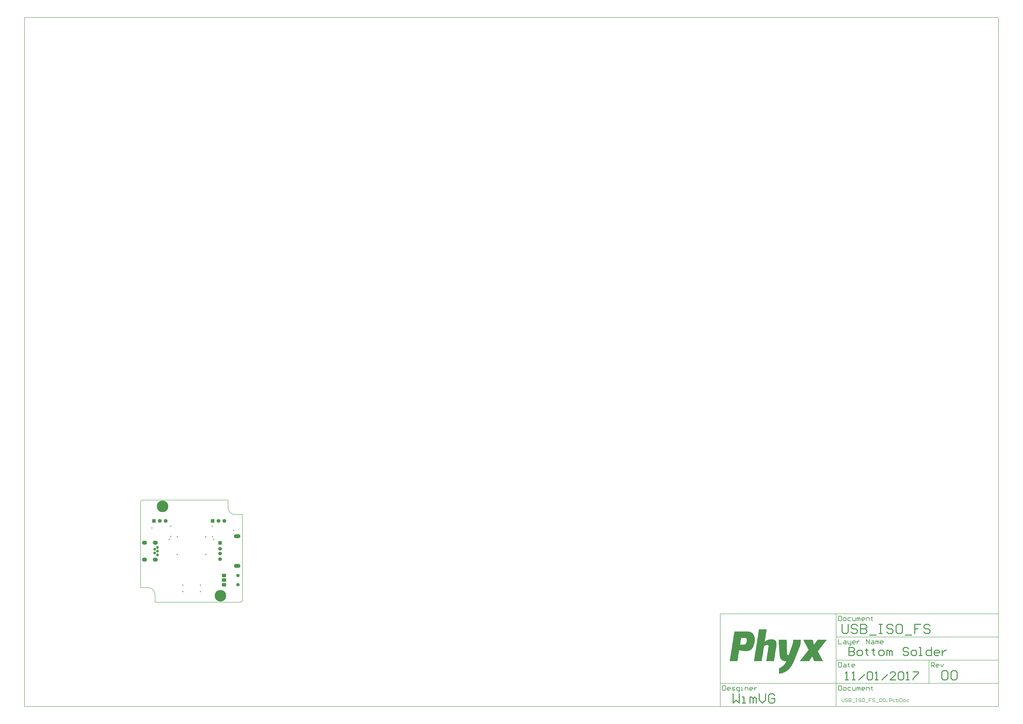
<source format=gbs>
G04 Layer_Color=16711935*
%FSLAX25Y25*%
%MOIN*%
G70*
G01*
G75*
%ADD18C,0.00787*%
%ADD20C,0.01575*%
%ADD21C,0.00591*%
%ADD22C,0.00984*%
%ADD43C,0.19685*%
%ADD44R,0.06496X0.06496*%
%ADD45C,0.06496*%
%ADD46O,0.04591X0.04921*%
%ADD47O,0.08591X0.06591*%
%ADD48O,0.11221X0.06496*%
%ADD49C,0.06181*%
%ADD50R,0.06181X0.06181*%
%ADD51C,0.05709*%
G04:AMPARAMS|DCode=52|XSize=72.84mil|YSize=61.02mil|CornerRadius=16.73mil|HoleSize=0mil|Usage=FLASHONLY|Rotation=180.000|XOffset=0mil|YOffset=0mil|HoleType=Round|Shape=RoundedRectangle|*
%AMROUNDEDRECTD52*
21,1,0.07284,0.02756,0,0,180.0*
21,1,0.03937,0.06102,0,0,180.0*
1,1,0.03347,-0.01969,0.01378*
1,1,0.03347,0.01969,0.01378*
1,1,0.03347,0.01969,-0.01378*
1,1,0.03347,-0.01969,-0.01378*
%
%ADD52ROUNDEDRECTD52*%
%ADD53C,0.01969*%
G36*
X1034465Y-150646D02*
Y-150933D01*
Y-151219D01*
Y-151505D01*
Y-151791D01*
Y-152078D01*
Y-152364D01*
Y-152650D01*
Y-152937D01*
Y-153223D01*
Y-153509D01*
Y-153796D01*
Y-154082D01*
Y-154368D01*
Y-154655D01*
Y-154941D01*
Y-155227D01*
Y-155514D01*
Y-155800D01*
Y-156086D01*
Y-156372D01*
X1034179D01*
Y-156659D01*
Y-156945D01*
Y-157231D01*
Y-157518D01*
Y-157804D01*
X1033893D01*
Y-158090D01*
Y-158377D01*
Y-158663D01*
Y-158949D01*
X1033607D01*
Y-159236D01*
Y-159522D01*
Y-159808D01*
Y-160094D01*
X1033320D01*
Y-160381D01*
Y-160667D01*
Y-160953D01*
X1033034D01*
Y-161240D01*
Y-161526D01*
Y-161812D01*
X1032747D01*
Y-162099D01*
Y-162385D01*
Y-162671D01*
X1032461D01*
Y-162958D01*
Y-163244D01*
Y-163530D01*
X1032175D01*
Y-163816D01*
Y-164103D01*
X1031889D01*
Y-164389D01*
Y-164675D01*
X1031602D01*
Y-164962D01*
Y-165248D01*
Y-165534D01*
X1031316D01*
Y-165821D01*
Y-166107D01*
X1031030D01*
Y-166393D01*
Y-166680D01*
Y-166966D01*
X1030743D01*
Y-167252D01*
Y-167539D01*
X1030457D01*
Y-167825D01*
Y-168111D01*
Y-168398D01*
X1030171D01*
Y-168684D01*
Y-168970D01*
X1029884D01*
Y-169256D01*
Y-169543D01*
Y-169829D01*
X1029598D01*
Y-170115D01*
Y-170402D01*
X1029312D01*
Y-170688D01*
Y-170974D01*
Y-171261D01*
X1029025D01*
Y-171547D01*
Y-171833D01*
X1028739D01*
Y-172120D01*
Y-172406D01*
Y-172692D01*
X1028453D01*
Y-172978D01*
Y-173265D01*
X1028166D01*
Y-173551D01*
Y-173837D01*
Y-174124D01*
X1027880D01*
Y-174410D01*
Y-174696D01*
X1027594D01*
Y-174983D01*
Y-175269D01*
Y-175555D01*
X1027308D01*
Y-175842D01*
Y-176128D01*
X1027021D01*
Y-176414D01*
Y-176701D01*
Y-176987D01*
X1026735D01*
Y-177273D01*
Y-177560D01*
X1026449D01*
Y-177846D01*
Y-178132D01*
Y-178419D01*
X1026162D01*
Y-178705D01*
Y-178991D01*
X1025876D01*
Y-179277D01*
Y-179564D01*
Y-179850D01*
X1025590D01*
Y-180136D01*
Y-180423D01*
X1025303D01*
Y-180709D01*
Y-180995D01*
Y-181282D01*
X1025017D01*
Y-181568D01*
Y-181854D01*
X1024731D01*
Y-182141D01*
Y-182427D01*
Y-182713D01*
X1024444D01*
Y-183000D01*
Y-183286D01*
X1024158D01*
Y-183572D01*
Y-183858D01*
Y-184145D01*
X1023872D01*
Y-184431D01*
Y-184717D01*
X1023586D01*
Y-185004D01*
Y-185290D01*
Y-185576D01*
X1023299D01*
Y-185863D01*
Y-186149D01*
X1023013D01*
Y-186435D01*
Y-186722D01*
Y-187008D01*
X1022727D01*
Y-187294D01*
Y-187581D01*
X1022440D01*
Y-187867D01*
Y-188153D01*
X1022154D01*
Y-188439D01*
Y-188726D01*
X1021868D01*
Y-189012D01*
Y-189298D01*
Y-189585D01*
X1021581D01*
Y-189871D01*
X1021295D01*
Y-190157D01*
Y-190444D01*
Y-190730D01*
X1021009D01*
Y-191016D01*
X1020722D01*
Y-191303D01*
Y-191589D01*
X1020436D01*
Y-191875D01*
Y-192162D01*
X1020150D01*
Y-192448D01*
Y-192734D01*
X1019864D01*
Y-193020D01*
Y-193307D01*
X1019577D01*
Y-193593D01*
X1019291D01*
Y-193879D01*
Y-194166D01*
X1019005D01*
Y-194452D01*
Y-194738D01*
X1018718D01*
Y-195025D01*
X1018432D01*
Y-195311D01*
X1018146D01*
Y-195597D01*
Y-195884D01*
X1017859D01*
Y-196170D01*
X1017573D01*
Y-196456D01*
Y-196742D01*
X1017287D01*
Y-197029D01*
X1017000D01*
Y-197315D01*
X1016714D01*
Y-197601D01*
Y-197888D01*
X1016428D01*
Y-198174D01*
X1016141D01*
Y-198460D01*
X1015855D01*
Y-198747D01*
X1015569D01*
Y-199033D01*
X1015283D01*
Y-199319D01*
Y-199606D01*
X1014996D01*
Y-199892D01*
X1014710D01*
Y-200178D01*
X1014423D01*
Y-200465D01*
X1014137D01*
Y-200751D01*
X1013851D01*
Y-201037D01*
X1013565D01*
Y-201324D01*
X1013278D01*
Y-201610D01*
X1012706D01*
Y-201896D01*
X1012419D01*
Y-202183D01*
X1012133D01*
Y-202469D01*
X1011847D01*
Y-202755D01*
X1011560D01*
Y-203041D01*
X1010988D01*
Y-203328D01*
X1010701D01*
Y-203614D01*
X1010129D01*
Y-203900D01*
X1009842D01*
Y-204187D01*
X1009270D01*
Y-204473D01*
X1008984D01*
Y-204759D01*
X1008411D01*
Y-205046D01*
X1007838D01*
Y-205332D01*
X1007266D01*
Y-205618D01*
X1006693D01*
Y-205905D01*
X1006120D01*
Y-206191D01*
X1005262D01*
Y-206477D01*
X1004689D01*
Y-206764D01*
X1003830D01*
Y-207050D01*
X1002685D01*
Y-207336D01*
X1001539D01*
Y-207622D01*
X999822D01*
Y-207909D01*
X997817D01*
Y-208195D01*
X997531D01*
Y-207909D01*
Y-207622D01*
Y-207336D01*
Y-207050D01*
Y-206764D01*
Y-206477D01*
Y-206191D01*
Y-205905D01*
Y-205618D01*
Y-205332D01*
Y-205046D01*
Y-204759D01*
Y-204473D01*
Y-204187D01*
Y-203900D01*
Y-203614D01*
Y-203328D01*
Y-203041D01*
Y-202755D01*
Y-202469D01*
Y-202183D01*
Y-201896D01*
Y-201610D01*
Y-201324D01*
Y-201037D01*
Y-200751D01*
Y-200465D01*
Y-200178D01*
Y-199892D01*
Y-199606D01*
Y-199319D01*
Y-199033D01*
Y-198747D01*
X998104D01*
Y-198460D01*
X998676D01*
Y-198174D01*
X999249D01*
Y-197888D01*
X999822D01*
Y-197601D01*
X1000394D01*
Y-197315D01*
X1000967D01*
Y-197029D01*
X1001253D01*
Y-196742D01*
X1001826D01*
Y-196456D01*
X1002112D01*
Y-196170D01*
X1002685D01*
Y-195884D01*
X1002971D01*
Y-195597D01*
X1003257D01*
Y-195311D01*
X1003830D01*
Y-195025D01*
X1004116D01*
Y-194738D01*
X1004403D01*
Y-194452D01*
X1004689D01*
Y-194166D01*
X1004975D01*
Y-193879D01*
X1005262D01*
Y-193593D01*
X1005548D01*
Y-193307D01*
X1005834D01*
Y-193020D01*
X1006120D01*
Y-192734D01*
X1006407D01*
Y-192448D01*
X1006693D01*
Y-192162D01*
X1006979D01*
Y-191875D01*
Y-191589D01*
X1007266D01*
Y-191303D01*
X1007552D01*
Y-191016D01*
X1007838D01*
Y-190730D01*
Y-190444D01*
X1008125D01*
Y-190157D01*
X1008411D01*
Y-189871D01*
Y-189585D01*
X1008697D01*
Y-189298D01*
Y-189012D01*
X1008984D01*
Y-188726D01*
X1009270D01*
Y-188439D01*
Y-188153D01*
X1009556D01*
Y-187867D01*
Y-187581D01*
X1009842D01*
Y-187294D01*
Y-187008D01*
X1008125D01*
Y-186722D01*
X1006120D01*
Y-186435D01*
X1004975D01*
Y-186149D01*
X1004403D01*
Y-185863D01*
X1003544D01*
Y-185576D01*
X1002971D01*
Y-185290D01*
X1002685D01*
Y-185004D01*
X1002112D01*
Y-184717D01*
X1001826D01*
Y-184431D01*
X1001539D01*
Y-184145D01*
X1001253D01*
Y-183858D01*
X1000967D01*
Y-183572D01*
X1000681D01*
Y-183286D01*
Y-183000D01*
X1000394D01*
Y-182713D01*
X1000108D01*
Y-182427D01*
Y-182141D01*
X999822D01*
Y-181854D01*
Y-181568D01*
X999535D01*
Y-181282D01*
Y-180995D01*
X999249D01*
Y-180709D01*
Y-180423D01*
Y-180136D01*
X998963D01*
Y-179850D01*
Y-179564D01*
Y-179277D01*
Y-178991D01*
X998676D01*
Y-178705D01*
Y-178419D01*
Y-178132D01*
Y-177846D01*
Y-177560D01*
Y-177273D01*
Y-176987D01*
X998390D01*
Y-176701D01*
Y-176414D01*
Y-176128D01*
Y-175842D01*
Y-175555D01*
Y-175269D01*
Y-174983D01*
Y-174696D01*
Y-174410D01*
Y-174124D01*
Y-173837D01*
Y-173551D01*
Y-173265D01*
Y-172978D01*
Y-172692D01*
X998104D01*
Y-172406D01*
Y-172120D01*
Y-171833D01*
Y-171547D01*
Y-171261D01*
Y-170974D01*
Y-170688D01*
Y-170402D01*
Y-170115D01*
Y-169829D01*
Y-169543D01*
Y-169256D01*
Y-168970D01*
Y-168684D01*
Y-168398D01*
X997817D01*
Y-168111D01*
Y-167825D01*
Y-167539D01*
Y-167252D01*
Y-166966D01*
Y-166680D01*
Y-166393D01*
Y-166107D01*
Y-165821D01*
Y-165534D01*
Y-165248D01*
Y-164962D01*
Y-164675D01*
Y-164389D01*
Y-164103D01*
Y-163816D01*
X997531D01*
Y-163530D01*
Y-163244D01*
Y-162958D01*
Y-162671D01*
Y-162385D01*
Y-162099D01*
Y-161812D01*
Y-161526D01*
Y-161240D01*
Y-160953D01*
Y-160667D01*
Y-160381D01*
Y-160094D01*
Y-159808D01*
Y-159522D01*
Y-159236D01*
X997245D01*
Y-158949D01*
Y-158663D01*
Y-158377D01*
Y-158090D01*
Y-157804D01*
Y-157518D01*
Y-157231D01*
Y-156945D01*
Y-156659D01*
Y-156372D01*
Y-156086D01*
Y-155800D01*
Y-155514D01*
Y-155227D01*
X996958D01*
Y-154941D01*
Y-154655D01*
Y-154368D01*
Y-154082D01*
Y-153796D01*
Y-153509D01*
Y-153223D01*
Y-152937D01*
Y-152650D01*
Y-152364D01*
Y-152078D01*
Y-151791D01*
Y-151505D01*
Y-151219D01*
Y-150933D01*
Y-150646D01*
X996672D01*
Y-150360D01*
X1010415D01*
Y-150646D01*
Y-150933D01*
Y-151219D01*
Y-151505D01*
Y-151791D01*
Y-152078D01*
Y-152364D01*
Y-152650D01*
Y-152937D01*
Y-153223D01*
Y-153509D01*
Y-153796D01*
Y-154082D01*
Y-154368D01*
X1010701D01*
Y-154655D01*
Y-154941D01*
Y-155227D01*
Y-155514D01*
Y-155800D01*
Y-156086D01*
Y-156372D01*
Y-156659D01*
Y-156945D01*
Y-157231D01*
Y-157518D01*
Y-157804D01*
Y-158090D01*
Y-158377D01*
Y-158663D01*
Y-158949D01*
Y-159236D01*
Y-159522D01*
Y-159808D01*
Y-160094D01*
Y-160381D01*
Y-160667D01*
Y-160953D01*
Y-161240D01*
Y-161526D01*
Y-161812D01*
Y-162099D01*
Y-162385D01*
Y-162671D01*
Y-162958D01*
Y-163244D01*
Y-163530D01*
Y-163816D01*
Y-164103D01*
Y-164389D01*
Y-164675D01*
Y-164962D01*
Y-165248D01*
Y-165534D01*
Y-165821D01*
Y-166107D01*
X1010988D01*
Y-166393D01*
X1010701D01*
Y-166680D01*
Y-166966D01*
X1010988D01*
Y-167252D01*
Y-167539D01*
Y-167825D01*
Y-168111D01*
Y-168398D01*
Y-168684D01*
Y-168970D01*
Y-169256D01*
Y-169543D01*
Y-169829D01*
Y-170115D01*
Y-170402D01*
Y-170688D01*
Y-170974D01*
Y-171261D01*
Y-171547D01*
Y-171833D01*
Y-172120D01*
Y-172406D01*
Y-172692D01*
Y-172978D01*
Y-173265D01*
Y-173551D01*
Y-173837D01*
Y-174124D01*
Y-174410D01*
X1011274D01*
Y-174696D01*
Y-174983D01*
Y-175269D01*
X1011560D01*
Y-175555D01*
X1011847D01*
Y-175842D01*
X1012133D01*
Y-176128D01*
X1012992D01*
Y-176414D01*
X1013851D01*
Y-176128D01*
X1014137D01*
Y-175842D01*
Y-175555D01*
Y-175269D01*
X1014423D01*
Y-174983D01*
Y-174696D01*
X1014710D01*
Y-174410D01*
Y-174124D01*
Y-173837D01*
X1014996D01*
Y-173551D01*
Y-173265D01*
Y-172978D01*
X1015283D01*
Y-172692D01*
Y-172406D01*
Y-172120D01*
X1015569D01*
Y-171833D01*
Y-171547D01*
Y-171261D01*
X1015855D01*
Y-170974D01*
Y-170688D01*
X1016141D01*
Y-170402D01*
Y-170115D01*
Y-169829D01*
X1016428D01*
Y-169543D01*
Y-169256D01*
Y-168970D01*
X1016714D01*
Y-168684D01*
Y-168398D01*
Y-168111D01*
X1017000D01*
Y-167825D01*
Y-167539D01*
X1017287D01*
Y-167252D01*
Y-166966D01*
Y-166680D01*
X1017573D01*
Y-166393D01*
Y-166107D01*
Y-165821D01*
X1017859D01*
Y-165534D01*
Y-165248D01*
Y-164962D01*
X1018146D01*
Y-164675D01*
Y-164389D01*
X1018432D01*
Y-164103D01*
Y-163816D01*
Y-163530D01*
X1018718D01*
Y-163244D01*
Y-162958D01*
Y-162671D01*
X1019005D01*
Y-162385D01*
Y-162099D01*
Y-161812D01*
X1019291D01*
Y-161526D01*
Y-161240D01*
X1019577D01*
Y-160953D01*
Y-160667D01*
Y-160381D01*
X1019864D01*
Y-160094D01*
Y-159808D01*
Y-159522D01*
X1020150D01*
Y-159236D01*
Y-158949D01*
Y-158663D01*
X1020436D01*
Y-158377D01*
Y-158090D01*
Y-157804D01*
Y-157518D01*
X1020722D01*
Y-157231D01*
Y-156945D01*
Y-156659D01*
Y-156372D01*
X1021009D01*
Y-156086D01*
Y-155800D01*
Y-155514D01*
Y-155227D01*
Y-154941D01*
X1021295D01*
Y-154655D01*
Y-154368D01*
Y-154082D01*
Y-153796D01*
Y-153509D01*
Y-153223D01*
X1021581D01*
Y-152937D01*
Y-152650D01*
Y-152364D01*
Y-152078D01*
Y-151791D01*
Y-151505D01*
Y-151219D01*
Y-150933D01*
Y-150646D01*
Y-150360D01*
X1034465D01*
Y-150646D01*
D02*
G37*
G36*
X976630Y-133181D02*
Y-133467D01*
X976344D01*
Y-133754D01*
Y-134040D01*
Y-134326D01*
Y-134613D01*
Y-134899D01*
Y-135185D01*
X976058D01*
Y-135472D01*
Y-135758D01*
Y-136044D01*
Y-136330D01*
Y-136617D01*
Y-136903D01*
X975771D01*
Y-137189D01*
Y-137476D01*
Y-137762D01*
Y-138048D01*
Y-138335D01*
Y-138621D01*
Y-138907D01*
X975485D01*
Y-139194D01*
Y-139480D01*
Y-139766D01*
Y-140053D01*
Y-140339D01*
Y-140625D01*
X975199D01*
Y-140911D01*
Y-141198D01*
Y-141484D01*
Y-141771D01*
Y-142057D01*
Y-142343D01*
X974912D01*
Y-142629D01*
Y-142916D01*
Y-143202D01*
Y-143488D01*
Y-143775D01*
Y-144061D01*
Y-144347D01*
X974626D01*
Y-144634D01*
Y-144920D01*
Y-145206D01*
Y-145492D01*
Y-145779D01*
Y-146065D01*
X974340D01*
Y-146352D01*
Y-146638D01*
Y-146924D01*
Y-147210D01*
Y-147497D01*
Y-147783D01*
X974053D01*
Y-148069D01*
Y-148356D01*
Y-148642D01*
Y-148928D01*
Y-149215D01*
Y-149501D01*
X973767D01*
Y-149787D01*
Y-150074D01*
Y-150360D01*
Y-150646D01*
Y-150933D01*
Y-151219D01*
Y-151505D01*
X973481D01*
Y-151791D01*
Y-152078D01*
Y-152364D01*
Y-152650D01*
Y-152937D01*
Y-153223D01*
X973195D01*
Y-153509D01*
Y-153796D01*
X973767D01*
Y-153509D01*
X974053D01*
Y-153223D01*
X974340D01*
Y-152937D01*
X974912D01*
Y-152650D01*
X975199D01*
Y-152364D01*
X975485D01*
Y-152078D01*
X976058D01*
Y-151791D01*
X976630D01*
Y-151505D01*
X976917D01*
Y-151219D01*
X977489D01*
Y-150933D01*
X978348D01*
Y-150646D01*
X978921D01*
Y-150360D01*
X979780D01*
Y-150074D01*
X981211D01*
Y-149787D01*
X987510D01*
Y-150074D01*
X988655D01*
Y-150360D01*
X989514D01*
Y-150646D01*
X990087D01*
Y-150933D01*
X990373D01*
Y-151219D01*
X990946D01*
Y-151505D01*
X991232D01*
Y-151791D01*
X991518D01*
Y-152078D01*
X991805D01*
Y-152364D01*
X992091D01*
Y-152650D01*
Y-152937D01*
X992377D01*
Y-153223D01*
Y-153509D01*
X992664D01*
Y-153796D01*
Y-154082D01*
Y-154368D01*
X992950D01*
Y-154655D01*
Y-154941D01*
Y-155227D01*
Y-155514D01*
X993236D01*
Y-155800D01*
Y-156086D01*
Y-156372D01*
Y-156659D01*
Y-156945D01*
Y-157231D01*
Y-157518D01*
Y-157804D01*
Y-158090D01*
Y-158377D01*
Y-158663D01*
Y-158949D01*
Y-159236D01*
Y-159522D01*
Y-159808D01*
Y-160094D01*
Y-160381D01*
Y-160667D01*
X992950D01*
Y-160953D01*
Y-161240D01*
Y-161526D01*
Y-161812D01*
Y-162099D01*
Y-162385D01*
Y-162671D01*
X992664D01*
Y-162958D01*
Y-163244D01*
Y-163530D01*
Y-163816D01*
Y-164103D01*
Y-164389D01*
Y-164675D01*
X992377D01*
Y-164962D01*
Y-165248D01*
Y-165534D01*
Y-165821D01*
Y-166107D01*
Y-166393D01*
X992091D01*
Y-166680D01*
Y-166966D01*
Y-167252D01*
Y-167539D01*
Y-167825D01*
Y-168111D01*
X991805D01*
Y-168398D01*
Y-168684D01*
Y-168970D01*
Y-169256D01*
Y-169543D01*
Y-169829D01*
X991518D01*
Y-170115D01*
Y-170402D01*
Y-170688D01*
Y-170974D01*
Y-171261D01*
Y-171547D01*
Y-171833D01*
X991232D01*
Y-172120D01*
Y-172406D01*
Y-172692D01*
Y-172978D01*
Y-173265D01*
Y-173551D01*
X990946D01*
Y-173837D01*
Y-174124D01*
Y-174410D01*
Y-174696D01*
Y-174983D01*
Y-175269D01*
X990660D01*
Y-175555D01*
Y-175842D01*
Y-176128D01*
Y-176414D01*
Y-176701D01*
Y-176987D01*
Y-177273D01*
X990373D01*
Y-177560D01*
Y-177846D01*
Y-178132D01*
Y-178419D01*
Y-178705D01*
Y-178991D01*
X990087D01*
Y-179277D01*
Y-179564D01*
Y-179850D01*
Y-180136D01*
Y-180423D01*
Y-180709D01*
X989801D01*
Y-180995D01*
Y-181282D01*
Y-181568D01*
Y-181854D01*
Y-182141D01*
Y-182427D01*
X989514D01*
Y-182713D01*
Y-183000D01*
Y-183286D01*
Y-183572D01*
Y-183858D01*
Y-184145D01*
Y-184431D01*
X989228D01*
Y-184717D01*
Y-185004D01*
Y-185290D01*
Y-185576D01*
Y-185863D01*
Y-186149D01*
X988942D01*
Y-186435D01*
Y-186722D01*
X975771D01*
Y-186435D01*
Y-186149D01*
X976058D01*
Y-185863D01*
Y-185576D01*
Y-185290D01*
Y-185004D01*
Y-184717D01*
Y-184431D01*
X976344D01*
Y-184145D01*
Y-183858D01*
Y-183572D01*
Y-183286D01*
Y-183000D01*
Y-182713D01*
Y-182427D01*
X976630D01*
Y-182141D01*
Y-181854D01*
Y-181568D01*
Y-181282D01*
Y-180995D01*
Y-180709D01*
X976917D01*
Y-180423D01*
Y-180136D01*
Y-179850D01*
Y-179564D01*
Y-179277D01*
Y-178991D01*
X977203D01*
Y-178705D01*
Y-178419D01*
Y-178132D01*
Y-177846D01*
Y-177560D01*
Y-177273D01*
Y-176987D01*
X977489D01*
Y-176701D01*
Y-176414D01*
Y-176128D01*
Y-175842D01*
Y-175555D01*
Y-175269D01*
X977775D01*
Y-174983D01*
Y-174696D01*
Y-174410D01*
Y-174124D01*
Y-173837D01*
Y-173551D01*
Y-173265D01*
X978062D01*
Y-172978D01*
Y-172692D01*
Y-172406D01*
Y-172120D01*
Y-171833D01*
Y-171547D01*
X978348D01*
Y-171261D01*
Y-170974D01*
Y-170688D01*
Y-170402D01*
Y-170115D01*
Y-169829D01*
X978634D01*
Y-169543D01*
Y-169256D01*
Y-168970D01*
Y-168684D01*
Y-168398D01*
Y-168111D01*
X978921D01*
Y-167825D01*
Y-167539D01*
Y-167252D01*
Y-166966D01*
Y-166680D01*
Y-166393D01*
Y-166107D01*
X979207D01*
Y-165821D01*
Y-165534D01*
Y-165248D01*
Y-164962D01*
Y-164675D01*
Y-164389D01*
X979493D01*
Y-164103D01*
Y-163816D01*
Y-163530D01*
Y-163244D01*
Y-162958D01*
Y-162671D01*
Y-162385D01*
X979780D01*
Y-162099D01*
Y-161812D01*
Y-161526D01*
Y-161240D01*
Y-160953D01*
Y-160667D01*
X979493D01*
Y-160381D01*
Y-160094D01*
X979207D01*
Y-159808D01*
X978921D01*
Y-159522D01*
X978348D01*
Y-159236D01*
X976630D01*
Y-159522D01*
X975199D01*
Y-159808D01*
X974340D01*
Y-160094D01*
X973767D01*
Y-160381D01*
X973481D01*
Y-160667D01*
X972908D01*
Y-160953D01*
X972622D01*
Y-161240D01*
X972336D01*
Y-161526D01*
Y-161812D01*
X972049D01*
Y-162099D01*
Y-162385D01*
Y-162671D01*
X971763D01*
Y-162958D01*
Y-163244D01*
Y-163530D01*
Y-163816D01*
Y-164103D01*
Y-164389D01*
X971477D01*
Y-164675D01*
Y-164962D01*
Y-165248D01*
Y-165534D01*
Y-165821D01*
Y-166107D01*
Y-166393D01*
X971190D01*
Y-166680D01*
Y-166966D01*
Y-167252D01*
Y-167539D01*
Y-167825D01*
Y-168111D01*
X970904D01*
Y-168398D01*
Y-168684D01*
Y-168970D01*
Y-169256D01*
Y-169543D01*
Y-169829D01*
X970618D01*
Y-170115D01*
Y-170402D01*
Y-170688D01*
Y-170974D01*
Y-171261D01*
Y-171547D01*
X970331D01*
Y-171833D01*
Y-172120D01*
Y-172406D01*
Y-172692D01*
Y-172978D01*
Y-173265D01*
Y-173551D01*
X970045D01*
Y-173837D01*
Y-174124D01*
Y-174410D01*
Y-174696D01*
Y-174983D01*
Y-175269D01*
X969759D01*
Y-175555D01*
Y-175842D01*
Y-176128D01*
Y-176414D01*
Y-176701D01*
Y-176987D01*
X969472D01*
Y-177273D01*
Y-177560D01*
Y-177846D01*
Y-178132D01*
Y-178419D01*
Y-178705D01*
Y-178991D01*
X969186D01*
Y-179277D01*
Y-179564D01*
Y-179850D01*
Y-180136D01*
Y-180423D01*
Y-180709D01*
X968900D01*
Y-180995D01*
Y-181282D01*
Y-181568D01*
Y-181854D01*
Y-182141D01*
Y-182427D01*
X968614D01*
Y-182713D01*
Y-183000D01*
Y-183286D01*
Y-183572D01*
Y-183858D01*
Y-184145D01*
X968327D01*
Y-184431D01*
Y-184717D01*
Y-185004D01*
Y-185290D01*
Y-185576D01*
Y-185863D01*
Y-186149D01*
X968041D01*
Y-186435D01*
Y-186722D01*
X954870D01*
Y-186435D01*
Y-186149D01*
X955157D01*
Y-185863D01*
Y-185576D01*
Y-185290D01*
Y-185004D01*
Y-184717D01*
Y-184431D01*
Y-184145D01*
X955443D01*
Y-183858D01*
Y-183572D01*
Y-183286D01*
Y-183000D01*
Y-182713D01*
Y-182427D01*
X955729D01*
Y-182141D01*
Y-181854D01*
Y-181568D01*
Y-181282D01*
Y-180995D01*
Y-180709D01*
X956016D01*
Y-180423D01*
Y-180136D01*
Y-179850D01*
Y-179564D01*
Y-179277D01*
Y-178991D01*
Y-178705D01*
X956302D01*
Y-178419D01*
Y-178132D01*
Y-177846D01*
Y-177560D01*
Y-177273D01*
Y-176987D01*
X956588D01*
Y-176701D01*
Y-176414D01*
Y-176128D01*
Y-175842D01*
Y-175555D01*
Y-175269D01*
X956875D01*
Y-174983D01*
Y-174696D01*
Y-174410D01*
Y-174124D01*
Y-173837D01*
Y-173551D01*
X957161D01*
Y-173265D01*
Y-172978D01*
Y-172692D01*
Y-172406D01*
Y-172120D01*
Y-171833D01*
Y-171547D01*
X957447D01*
Y-171261D01*
Y-170974D01*
Y-170688D01*
Y-170402D01*
Y-170115D01*
Y-169829D01*
X957734D01*
Y-169543D01*
Y-169256D01*
Y-168970D01*
Y-168684D01*
Y-168398D01*
Y-168111D01*
X958020D01*
Y-167825D01*
Y-167539D01*
Y-167252D01*
Y-166966D01*
Y-166680D01*
Y-166393D01*
Y-166107D01*
X958306D01*
Y-165821D01*
Y-165534D01*
Y-165248D01*
Y-164962D01*
Y-164675D01*
Y-164389D01*
X958593D01*
Y-164103D01*
Y-163816D01*
Y-163530D01*
Y-163244D01*
Y-162958D01*
Y-162671D01*
X958879D01*
Y-162385D01*
Y-162099D01*
Y-161812D01*
Y-161526D01*
Y-161240D01*
Y-160953D01*
X959165D01*
Y-160667D01*
Y-160381D01*
Y-160094D01*
Y-159808D01*
Y-159522D01*
Y-159236D01*
Y-158949D01*
X959451D01*
Y-158663D01*
Y-158377D01*
Y-158090D01*
Y-157804D01*
Y-157518D01*
Y-157231D01*
X959738D01*
Y-156945D01*
Y-156659D01*
Y-156372D01*
Y-156086D01*
Y-155800D01*
Y-155514D01*
X960024D01*
Y-155227D01*
Y-154941D01*
Y-154655D01*
Y-154368D01*
Y-154082D01*
Y-153796D01*
X960310D01*
Y-153509D01*
Y-153223D01*
Y-152937D01*
Y-152650D01*
Y-152364D01*
Y-152078D01*
Y-151791D01*
X960597D01*
Y-151505D01*
Y-151219D01*
Y-150933D01*
Y-150646D01*
Y-150360D01*
Y-150074D01*
X960883D01*
Y-149787D01*
Y-149501D01*
Y-149215D01*
Y-148928D01*
Y-148642D01*
Y-148356D01*
X961169D01*
Y-148069D01*
Y-147783D01*
Y-147497D01*
Y-147210D01*
Y-146924D01*
Y-146638D01*
Y-146352D01*
X961456D01*
Y-146065D01*
Y-145779D01*
Y-145492D01*
Y-145206D01*
Y-144920D01*
Y-144634D01*
X961742D01*
Y-144347D01*
Y-144061D01*
Y-143775D01*
Y-143488D01*
Y-143202D01*
Y-142916D01*
X962028D01*
Y-142629D01*
Y-142343D01*
Y-142057D01*
Y-141771D01*
Y-141484D01*
Y-141198D01*
X962315D01*
Y-140911D01*
Y-140625D01*
Y-140339D01*
Y-140053D01*
Y-139766D01*
Y-139480D01*
Y-139194D01*
X962601D01*
Y-138907D01*
Y-138621D01*
Y-138335D01*
Y-138048D01*
Y-137762D01*
Y-137476D01*
X962887D01*
Y-137189D01*
Y-136903D01*
Y-136617D01*
Y-136330D01*
Y-136044D01*
Y-135758D01*
X963173D01*
Y-135472D01*
Y-135185D01*
Y-134899D01*
Y-134613D01*
Y-134326D01*
Y-134040D01*
Y-133754D01*
X963460D01*
Y-133467D01*
Y-133181D01*
Y-132895D01*
X976630D01*
Y-133181D01*
D02*
G37*
G36*
X945422Y-136617D02*
X947140D01*
Y-136903D01*
X947999D01*
Y-137189D01*
X948858D01*
Y-137476D01*
X949717D01*
Y-137762D01*
X950289D01*
Y-138048D01*
X950576D01*
Y-138335D01*
X951148D01*
Y-138621D01*
X951435D01*
Y-138907D01*
X952007D01*
Y-139194D01*
X952294D01*
Y-139480D01*
X952580D01*
Y-139766D01*
X952866D01*
Y-140053D01*
X953153D01*
Y-140339D01*
X953439D01*
Y-140625D01*
X953725D01*
Y-140911D01*
Y-141198D01*
X954012D01*
Y-141484D01*
X954298D01*
Y-141771D01*
Y-142057D01*
X954584D01*
Y-142343D01*
X954870D01*
Y-142629D01*
Y-142916D01*
X955157D01*
Y-143202D01*
Y-143488D01*
Y-143775D01*
X955443D01*
Y-144061D01*
Y-144347D01*
Y-144634D01*
X955729D01*
Y-144920D01*
Y-145206D01*
Y-145492D01*
Y-145779D01*
X956016D01*
Y-146065D01*
Y-146352D01*
Y-146638D01*
Y-146924D01*
Y-147210D01*
X956302D01*
Y-147497D01*
Y-147783D01*
Y-148069D01*
Y-148356D01*
Y-148642D01*
Y-148928D01*
Y-149215D01*
Y-149501D01*
Y-149787D01*
Y-150074D01*
Y-150360D01*
Y-150646D01*
Y-150933D01*
Y-151219D01*
Y-151505D01*
Y-151791D01*
Y-152078D01*
Y-152364D01*
Y-152650D01*
Y-152937D01*
X956016D01*
Y-153223D01*
Y-153509D01*
Y-153796D01*
Y-154082D01*
Y-154368D01*
Y-154655D01*
Y-154941D01*
X955729D01*
Y-155227D01*
Y-155514D01*
Y-155800D01*
Y-156086D01*
Y-156372D01*
X955443D01*
Y-156659D01*
Y-156945D01*
Y-157231D01*
Y-157518D01*
Y-157804D01*
X955157D01*
Y-158090D01*
Y-158377D01*
Y-158663D01*
X954870D01*
Y-158949D01*
Y-159236D01*
Y-159522D01*
Y-159808D01*
X954584D01*
Y-160094D01*
Y-160381D01*
Y-160667D01*
X954298D01*
Y-160953D01*
Y-161240D01*
X954012D01*
Y-161526D01*
Y-161812D01*
Y-162099D01*
X953725D01*
Y-162385D01*
Y-162671D01*
X953439D01*
Y-162958D01*
Y-163244D01*
X953153D01*
Y-163530D01*
Y-163816D01*
X952866D01*
Y-164103D01*
X952580D01*
Y-164389D01*
Y-164675D01*
X952294D01*
Y-164962D01*
X952007D01*
Y-165248D01*
X951721D01*
Y-165534D01*
Y-165821D01*
X951435D01*
Y-166107D01*
X951148D01*
Y-166393D01*
X950862D01*
Y-166680D01*
X950576D01*
Y-166966D01*
X950289D01*
Y-167252D01*
X949717D01*
Y-167539D01*
X949430D01*
Y-167825D01*
X948858D01*
Y-168111D01*
X948572D01*
Y-168398D01*
X947999D01*
Y-168684D01*
X947140D01*
Y-168970D01*
X946281D01*
Y-169256D01*
X945422D01*
Y-169543D01*
X943704D01*
Y-169829D01*
X938551D01*
Y-169543D01*
X935974D01*
Y-169256D01*
X933970D01*
Y-168970D01*
X932538D01*
Y-168684D01*
X931106D01*
Y-168398D01*
X929675D01*
Y-168684D01*
Y-168970D01*
Y-169256D01*
Y-169543D01*
Y-169829D01*
Y-170115D01*
Y-170402D01*
X929389D01*
Y-170688D01*
Y-170974D01*
Y-171261D01*
Y-171547D01*
Y-171833D01*
Y-172120D01*
X929102D01*
Y-172406D01*
Y-172692D01*
Y-172978D01*
Y-173265D01*
Y-173551D01*
Y-173837D01*
X928816D01*
Y-174124D01*
Y-174410D01*
Y-174696D01*
Y-174983D01*
Y-175269D01*
Y-175555D01*
Y-175842D01*
X928530D01*
Y-176128D01*
Y-176414D01*
Y-176701D01*
Y-176987D01*
Y-177273D01*
Y-177560D01*
X928243D01*
Y-177846D01*
Y-178132D01*
Y-178419D01*
Y-178705D01*
Y-178991D01*
Y-179277D01*
X927957D01*
Y-179564D01*
Y-179850D01*
Y-180136D01*
Y-180423D01*
Y-180709D01*
Y-180995D01*
Y-181282D01*
X927671D01*
Y-181568D01*
Y-181854D01*
Y-182141D01*
Y-182427D01*
Y-182713D01*
Y-183000D01*
X927384D01*
Y-183286D01*
Y-183572D01*
Y-183858D01*
Y-184145D01*
Y-184431D01*
Y-184717D01*
X927098D01*
Y-185004D01*
Y-185290D01*
Y-185576D01*
Y-185863D01*
Y-186149D01*
Y-186435D01*
Y-186722D01*
X913641D01*
Y-186435D01*
X913928D01*
Y-186149D01*
Y-185863D01*
Y-185576D01*
Y-185290D01*
Y-185004D01*
X914214D01*
Y-184717D01*
Y-184431D01*
Y-184145D01*
Y-183858D01*
Y-183572D01*
Y-183286D01*
Y-183000D01*
X914500D01*
Y-182713D01*
Y-182427D01*
Y-182141D01*
Y-181854D01*
Y-181568D01*
Y-181282D01*
X914787D01*
Y-180995D01*
Y-180709D01*
Y-180423D01*
Y-180136D01*
Y-179850D01*
Y-179564D01*
X915073D01*
Y-179277D01*
Y-178991D01*
Y-178705D01*
Y-178419D01*
Y-178132D01*
Y-177846D01*
Y-177560D01*
X915359D01*
Y-177273D01*
Y-176987D01*
Y-176701D01*
Y-176414D01*
Y-176128D01*
Y-175842D01*
X915646D01*
Y-175555D01*
Y-175269D01*
Y-174983D01*
Y-174696D01*
Y-174410D01*
Y-174124D01*
X915932D01*
Y-173837D01*
Y-173551D01*
Y-173265D01*
Y-172978D01*
Y-172692D01*
Y-172406D01*
X916218D01*
Y-172120D01*
Y-171833D01*
Y-171547D01*
Y-171261D01*
Y-170974D01*
Y-170688D01*
Y-170402D01*
X916504D01*
Y-170115D01*
Y-169829D01*
Y-169543D01*
Y-169256D01*
Y-168970D01*
Y-168684D01*
X916791D01*
Y-168398D01*
Y-168111D01*
Y-167825D01*
Y-167539D01*
Y-167252D01*
Y-166966D01*
X917077D01*
Y-166680D01*
Y-166393D01*
Y-166107D01*
Y-165821D01*
Y-165534D01*
Y-165248D01*
X917363D01*
Y-164962D01*
Y-164675D01*
Y-164389D01*
Y-164103D01*
Y-163816D01*
Y-163530D01*
Y-163244D01*
X917650D01*
Y-162958D01*
Y-162671D01*
Y-162385D01*
Y-162099D01*
Y-161812D01*
Y-161526D01*
X917936D01*
Y-161240D01*
Y-160953D01*
Y-160667D01*
Y-160381D01*
Y-160094D01*
Y-159808D01*
X918222D01*
Y-159522D01*
Y-159236D01*
Y-158949D01*
Y-158663D01*
Y-158377D01*
Y-158090D01*
Y-157804D01*
X918509D01*
Y-157518D01*
Y-157231D01*
Y-156945D01*
Y-156659D01*
Y-156372D01*
Y-156086D01*
X918795D01*
Y-155800D01*
Y-155514D01*
Y-155227D01*
Y-154941D01*
Y-154655D01*
Y-154368D01*
X919081D01*
Y-154082D01*
Y-153796D01*
Y-153509D01*
Y-153223D01*
Y-152937D01*
Y-152650D01*
X919368D01*
Y-152364D01*
Y-152078D01*
Y-151791D01*
Y-151505D01*
Y-151219D01*
Y-150933D01*
Y-150646D01*
X919654D01*
Y-150360D01*
Y-150074D01*
Y-149787D01*
Y-149501D01*
Y-149215D01*
Y-148928D01*
X919940D01*
Y-148642D01*
Y-148356D01*
Y-148069D01*
Y-147783D01*
Y-147497D01*
Y-147210D01*
X920227D01*
Y-146924D01*
Y-146638D01*
Y-146352D01*
Y-146065D01*
Y-145779D01*
Y-145492D01*
Y-145206D01*
X920513D01*
Y-144920D01*
Y-144634D01*
Y-144347D01*
Y-144061D01*
Y-143775D01*
Y-143488D01*
X920799D01*
Y-143202D01*
Y-142916D01*
Y-142629D01*
Y-142343D01*
Y-142057D01*
Y-141771D01*
X921085D01*
Y-141484D01*
Y-141198D01*
Y-140911D01*
Y-140625D01*
Y-140339D01*
Y-140053D01*
Y-139766D01*
X921372D01*
Y-139480D01*
Y-139194D01*
Y-138907D01*
Y-138621D01*
Y-138335D01*
Y-138048D01*
X921658D01*
Y-137762D01*
Y-137476D01*
Y-137189D01*
Y-136903D01*
Y-136617D01*
Y-136330D01*
X945422D01*
Y-136617D01*
D02*
G37*
G36*
X1078558Y-150646D02*
X1078271D01*
Y-150933D01*
X1077985D01*
Y-151219D01*
Y-151505D01*
X1077699D01*
Y-151791D01*
X1077412D01*
Y-152078D01*
X1077126D01*
Y-152364D01*
Y-152650D01*
X1076840D01*
Y-152937D01*
X1076553D01*
Y-153223D01*
X1076267D01*
Y-153509D01*
X1075981D01*
Y-153796D01*
Y-154082D01*
X1075694D01*
Y-154368D01*
X1075408D01*
Y-154655D01*
X1075122D01*
Y-154941D01*
Y-155227D01*
X1074835D01*
Y-155514D01*
X1074549D01*
Y-155800D01*
X1074263D01*
Y-156086D01*
X1073977D01*
Y-156372D01*
Y-156659D01*
X1073690D01*
Y-156945D01*
X1073404D01*
Y-157231D01*
X1073118D01*
Y-157518D01*
Y-157804D01*
X1072831D01*
Y-158090D01*
X1072545D01*
Y-158377D01*
X1072259D01*
Y-158663D01*
Y-158949D01*
X1071972D01*
Y-159236D01*
X1071686D01*
Y-159522D01*
X1071400D01*
Y-159808D01*
X1071113D01*
Y-160094D01*
Y-160381D01*
X1070827D01*
Y-160667D01*
X1070541D01*
Y-160953D01*
X1070255D01*
Y-161240D01*
Y-161526D01*
X1069968D01*
Y-161812D01*
X1069682D01*
Y-162099D01*
X1069396D01*
Y-162385D01*
Y-162671D01*
X1069109D01*
Y-162958D01*
X1068823D01*
Y-163244D01*
X1068537D01*
Y-163530D01*
X1068250D01*
Y-163816D01*
Y-164103D01*
X1067964D01*
Y-164389D01*
X1067678D01*
Y-164675D01*
X1067391D01*
Y-164962D01*
Y-165248D01*
X1067105D01*
Y-165534D01*
X1066819D01*
Y-165821D01*
X1066533D01*
Y-166107D01*
Y-166393D01*
X1066246D01*
Y-166680D01*
X1065960D01*
Y-166966D01*
X1065674D01*
Y-167252D01*
X1065387D01*
Y-167539D01*
Y-167825D01*
X1065101D01*
Y-168111D01*
X1064815D01*
Y-168398D01*
X1064528D01*
Y-168684D01*
Y-168970D01*
X1064242D01*
Y-169256D01*
X1063956D01*
Y-169543D01*
X1063669D01*
Y-169829D01*
X1063383D01*
Y-170115D01*
Y-170402D01*
X1063669D01*
Y-170688D01*
Y-170974D01*
X1063956D01*
Y-171261D01*
Y-171547D01*
X1064242D01*
Y-171833D01*
X1064528D01*
Y-172120D01*
Y-172406D01*
X1064815D01*
Y-172692D01*
Y-172978D01*
X1065101D01*
Y-173265D01*
Y-173551D01*
X1065387D01*
Y-173837D01*
Y-174124D01*
X1065674D01*
Y-174410D01*
Y-174696D01*
X1065960D01*
Y-174983D01*
Y-175269D01*
X1066246D01*
Y-175555D01*
Y-175842D01*
X1066533D01*
Y-176128D01*
Y-176414D01*
X1066819D01*
Y-176701D01*
X1067105D01*
Y-176987D01*
Y-177273D01*
X1067391D01*
Y-177560D01*
Y-177846D01*
X1067678D01*
Y-178132D01*
Y-178419D01*
X1067964D01*
Y-178705D01*
Y-178991D01*
X1068250D01*
Y-179277D01*
Y-179564D01*
X1068537D01*
Y-179850D01*
Y-180136D01*
X1068823D01*
Y-180423D01*
Y-180709D01*
X1069109D01*
Y-180995D01*
X1069396D01*
Y-181282D01*
Y-181568D01*
X1069682D01*
Y-181854D01*
Y-182141D01*
X1069968D01*
Y-182427D01*
Y-182713D01*
X1070255D01*
Y-183000D01*
Y-183286D01*
X1070541D01*
Y-183572D01*
Y-183858D01*
X1070827D01*
Y-184145D01*
Y-184431D01*
X1071113D01*
Y-184717D01*
Y-185004D01*
X1071400D01*
Y-185290D01*
X1071686D01*
Y-185576D01*
Y-185863D01*
X1071972D01*
Y-186149D01*
Y-186435D01*
X1072259D01*
Y-186722D01*
X1057084D01*
Y-186435D01*
X1056798D01*
Y-186149D01*
Y-185863D01*
Y-185576D01*
X1056511D01*
Y-185290D01*
Y-185004D01*
Y-184717D01*
X1056225D01*
Y-184431D01*
Y-184145D01*
X1055939D01*
Y-183858D01*
Y-183572D01*
Y-183286D01*
X1055653D01*
Y-183000D01*
Y-182713D01*
Y-182427D01*
X1055366D01*
Y-182141D01*
Y-181854D01*
X1055080D01*
Y-181568D01*
Y-181282D01*
Y-180995D01*
X1054794D01*
Y-180709D01*
Y-180423D01*
Y-180136D01*
X1054507D01*
Y-179850D01*
Y-179564D01*
Y-179277D01*
X1054221D01*
Y-178991D01*
X1053648D01*
Y-179277D01*
Y-179564D01*
X1053362D01*
Y-179850D01*
X1053076D01*
Y-180136D01*
Y-180423D01*
X1052789D01*
Y-180709D01*
X1052503D01*
Y-180995D01*
Y-181282D01*
X1052217D01*
Y-181568D01*
X1051931D01*
Y-181854D01*
Y-182141D01*
X1051644D01*
Y-182427D01*
X1051358D01*
Y-182713D01*
X1051072D01*
Y-183000D01*
Y-183286D01*
X1050785D01*
Y-183572D01*
X1050499D01*
Y-183858D01*
Y-184145D01*
X1050213D01*
Y-184431D01*
X1049926D01*
Y-184717D01*
Y-185004D01*
X1049640D01*
Y-185290D01*
X1049354D01*
Y-185576D01*
Y-185863D01*
X1049067D01*
Y-186149D01*
X1048781D01*
Y-186435D01*
Y-186722D01*
X1032747D01*
Y-186435D01*
X1033034D01*
Y-186149D01*
X1033320D01*
Y-185863D01*
X1033607D01*
Y-185576D01*
X1033893D01*
Y-185290D01*
Y-185004D01*
X1034179D01*
Y-184717D01*
X1034465D01*
Y-184431D01*
X1034752D01*
Y-184145D01*
X1035038D01*
Y-183858D01*
Y-183572D01*
X1035324D01*
Y-183286D01*
X1035611D01*
Y-183000D01*
X1035897D01*
Y-182713D01*
Y-182427D01*
X1036183D01*
Y-182141D01*
X1036470D01*
Y-181854D01*
X1036756D01*
Y-181568D01*
X1037042D01*
Y-181282D01*
Y-180995D01*
X1037329D01*
Y-180709D01*
X1037615D01*
Y-180423D01*
X1037901D01*
Y-180136D01*
X1038188D01*
Y-179850D01*
Y-179564D01*
X1038474D01*
Y-179277D01*
X1038760D01*
Y-178991D01*
X1039046D01*
Y-178705D01*
Y-178419D01*
X1039333D01*
Y-178132D01*
X1039619D01*
Y-177846D01*
X1039905D01*
Y-177560D01*
X1040192D01*
Y-177273D01*
Y-176987D01*
X1040478D01*
Y-176701D01*
X1040764D01*
Y-176414D01*
X1041051D01*
Y-176128D01*
Y-175842D01*
X1041337D01*
Y-175555D01*
X1041623D01*
Y-175269D01*
X1041910D01*
Y-174983D01*
X1042196D01*
Y-174696D01*
Y-174410D01*
X1042482D01*
Y-174124D01*
X1042768D01*
Y-173837D01*
X1043055D01*
Y-173551D01*
Y-173265D01*
X1043341D01*
Y-172978D01*
X1043627D01*
Y-172692D01*
X1043914D01*
Y-172406D01*
X1044200D01*
Y-172120D01*
Y-171833D01*
X1044486D01*
Y-171547D01*
X1044773D01*
Y-171261D01*
X1045059D01*
Y-170974D01*
X1045345D01*
Y-170688D01*
Y-170402D01*
X1045632D01*
Y-170115D01*
X1045918D01*
Y-169829D01*
X1046204D01*
Y-169543D01*
Y-169256D01*
X1046491D01*
Y-168970D01*
X1046777D01*
Y-168684D01*
X1047063D01*
Y-168398D01*
X1047349D01*
Y-168111D01*
Y-167825D01*
X1047636D01*
Y-167539D01*
Y-167252D01*
Y-166966D01*
X1047349D01*
Y-166680D01*
X1047063D01*
Y-166393D01*
Y-166107D01*
X1046777D01*
Y-165821D01*
Y-165534D01*
X1046491D01*
Y-165248D01*
Y-164962D01*
X1046204D01*
Y-164675D01*
Y-164389D01*
X1045918D01*
Y-164103D01*
Y-163816D01*
X1045632D01*
Y-163530D01*
Y-163244D01*
X1045345D01*
Y-162958D01*
X1045059D01*
Y-162671D01*
Y-162385D01*
X1044773D01*
Y-162099D01*
Y-161812D01*
X1044486D01*
Y-161526D01*
Y-161240D01*
X1044200D01*
Y-160953D01*
Y-160667D01*
X1043914D01*
Y-160381D01*
Y-160094D01*
X1043627D01*
Y-159808D01*
Y-159522D01*
X1043341D01*
Y-159236D01*
X1043055D01*
Y-158949D01*
Y-158663D01*
X1042768D01*
Y-158377D01*
Y-158090D01*
X1042482D01*
Y-157804D01*
Y-157518D01*
X1042196D01*
Y-157231D01*
Y-156945D01*
X1041910D01*
Y-156659D01*
Y-156372D01*
X1041623D01*
Y-156086D01*
Y-155800D01*
X1041337D01*
Y-155514D01*
Y-155227D01*
X1041051D01*
Y-154941D01*
X1040764D01*
Y-154655D01*
Y-154368D01*
X1040478D01*
Y-154082D01*
Y-153796D01*
X1040192D01*
Y-153509D01*
Y-153223D01*
X1039905D01*
Y-152937D01*
Y-152650D01*
X1039619D01*
Y-152364D01*
Y-152078D01*
X1039333D01*
Y-151791D01*
Y-151505D01*
X1039046D01*
Y-151219D01*
X1038760D01*
Y-150933D01*
Y-150646D01*
X1038474D01*
Y-150360D01*
X1054221D01*
Y-150646D01*
X1054507D01*
Y-150933D01*
Y-151219D01*
Y-151505D01*
X1054794D01*
Y-151791D01*
Y-152078D01*
Y-152364D01*
X1055080D01*
Y-152650D01*
Y-152937D01*
Y-153223D01*
X1055366D01*
Y-153509D01*
Y-153796D01*
Y-154082D01*
X1055653D01*
Y-154368D01*
Y-154655D01*
Y-154941D01*
X1055939D01*
Y-155227D01*
Y-155514D01*
Y-155800D01*
X1056225D01*
Y-156086D01*
Y-156372D01*
Y-156659D01*
X1056511D01*
Y-156945D01*
Y-157231D01*
Y-157518D01*
X1056798D01*
Y-157804D01*
Y-158090D01*
Y-158377D01*
Y-158663D01*
X1057370D01*
Y-158377D01*
X1057657D01*
Y-158090D01*
X1057943D01*
Y-157804D01*
Y-157518D01*
X1058229D01*
Y-157231D01*
X1058516D01*
Y-156945D01*
Y-156659D01*
X1058802D01*
Y-156372D01*
X1059088D01*
Y-156086D01*
Y-155800D01*
X1059375D01*
Y-155514D01*
X1059661D01*
Y-155227D01*
Y-154941D01*
X1059947D01*
Y-154655D01*
X1060234D01*
Y-154368D01*
Y-154082D01*
X1060520D01*
Y-153796D01*
X1060806D01*
Y-153509D01*
Y-153223D01*
X1061092D01*
Y-152937D01*
X1061379D01*
Y-152650D01*
Y-152364D01*
X1061665D01*
Y-152078D01*
X1061951D01*
Y-151791D01*
Y-151505D01*
X1062238D01*
Y-151219D01*
X1062524D01*
Y-150933D01*
Y-150646D01*
X1062810D01*
Y-150360D01*
X1078558D01*
Y-150646D01*
D02*
G37*
%LPC*%
G36*
X941127Y-147497D02*
X933111D01*
Y-147783D01*
Y-148069D01*
Y-148356D01*
Y-148642D01*
Y-148928D01*
X932824D01*
Y-149215D01*
Y-149501D01*
Y-149787D01*
Y-150074D01*
Y-150360D01*
Y-150646D01*
X932538D01*
Y-150933D01*
Y-151219D01*
Y-151505D01*
Y-151791D01*
Y-152078D01*
Y-152364D01*
X932252D01*
Y-152650D01*
Y-152937D01*
Y-153223D01*
Y-153509D01*
Y-153796D01*
Y-154082D01*
X931965D01*
Y-154368D01*
Y-154655D01*
Y-154941D01*
Y-155227D01*
Y-155514D01*
Y-155800D01*
Y-156086D01*
X931679D01*
Y-156372D01*
Y-156659D01*
Y-156945D01*
Y-157231D01*
Y-157518D01*
Y-157804D01*
X931393D01*
Y-158090D01*
Y-158377D01*
Y-158663D01*
X938551D01*
Y-158377D01*
X939696D01*
Y-158090D01*
X940269D01*
Y-157804D01*
X940555D01*
Y-157518D01*
X940841D01*
Y-157231D01*
X941127D01*
Y-156945D01*
X941414D01*
Y-156659D01*
Y-156372D01*
X941700D01*
Y-156086D01*
Y-155800D01*
X941986D01*
Y-155514D01*
Y-155227D01*
X942273D01*
Y-154941D01*
Y-154655D01*
Y-154368D01*
Y-154082D01*
X942559D01*
Y-153796D01*
Y-153509D01*
Y-153223D01*
Y-152937D01*
Y-152650D01*
X942845D01*
Y-152364D01*
Y-152078D01*
Y-151791D01*
Y-151505D01*
Y-151219D01*
Y-150933D01*
Y-150646D01*
Y-150360D01*
Y-150074D01*
Y-149787D01*
Y-149501D01*
X942559D01*
Y-149215D01*
Y-148928D01*
X942273D01*
Y-148642D01*
Y-148356D01*
X941986D01*
Y-148069D01*
X941700D01*
Y-147783D01*
X941127D01*
Y-147497D01*
D02*
G37*
%LPD*%
D18*
X-283465Y-263779D02*
X1370079D01*
X-283465D02*
Y905512D01*
X1370079Y-263779D02*
Y905512D01*
X-283465D02*
X1370079D01*
X1094488Y-263779D02*
Y-106299D01*
X897638Y-263779D02*
Y-106299D01*
X1370079D01*
X897638Y-224410D02*
X1370079D01*
X1094488Y-185039D02*
X1370079D01*
X1094488Y-145669D02*
X1370079D01*
X1251968Y-224410D02*
Y-185039D01*
X1104331Y-250002D02*
Y-254922D01*
X1105315Y-255906D01*
X1107283D01*
X1108266Y-254922D01*
Y-250002D01*
X1114170Y-250986D02*
X1113186Y-250002D01*
X1111218D01*
X1110234Y-250986D01*
Y-251970D01*
X1111218Y-252954D01*
X1113186D01*
X1114170Y-253938D01*
Y-254922D01*
X1113186Y-255906D01*
X1111218D01*
X1110234Y-254922D01*
X1116138Y-250002D02*
Y-255906D01*
X1119090D01*
X1120074Y-254922D01*
Y-253938D01*
X1119090Y-252954D01*
X1116138D01*
X1119090D01*
X1120074Y-251970D01*
Y-250986D01*
X1119090Y-250002D01*
X1116138D01*
X1122042Y-256889D02*
X1125977D01*
X1127945Y-250002D02*
X1129913D01*
X1128929D01*
Y-255906D01*
X1127945D01*
X1129913D01*
X1136800Y-250986D02*
X1135817Y-250002D01*
X1133849D01*
X1132865Y-250986D01*
Y-251970D01*
X1133849Y-252954D01*
X1135817D01*
X1136800Y-253938D01*
Y-254922D01*
X1135817Y-255906D01*
X1133849D01*
X1132865Y-254922D01*
X1141720Y-250002D02*
X1139752D01*
X1138768Y-250986D01*
Y-254922D01*
X1139752Y-255906D01*
X1141720D01*
X1142704Y-254922D01*
Y-250986D01*
X1141720Y-250002D01*
X1144672Y-256889D02*
X1148608D01*
X1154511Y-250002D02*
X1150576D01*
Y-252954D01*
X1152543D01*
X1150576D01*
Y-255906D01*
X1160415Y-250986D02*
X1159431Y-250002D01*
X1157463D01*
X1156479Y-250986D01*
Y-251970D01*
X1157463Y-252954D01*
X1159431D01*
X1160415Y-253938D01*
Y-254922D01*
X1159431Y-255906D01*
X1157463D01*
X1156479Y-254922D01*
X1162383Y-256889D02*
X1166319D01*
X1168286Y-250986D02*
X1169270Y-250002D01*
X1171238D01*
X1172222Y-250986D01*
Y-254922D01*
X1171238Y-255906D01*
X1169270D01*
X1168286Y-254922D01*
Y-250986D01*
X1174190D02*
X1175174Y-250002D01*
X1177142D01*
X1178126Y-250986D01*
Y-254922D01*
X1177142Y-255906D01*
X1175174D01*
X1174190Y-254922D01*
Y-250986D01*
X1180094Y-255906D02*
Y-254922D01*
X1181077D01*
Y-255906D01*
X1180094D01*
X1185013D02*
Y-250002D01*
X1187965D01*
X1188949Y-250986D01*
Y-252954D01*
X1187965Y-253938D01*
X1185013D01*
X1194853Y-251970D02*
X1191901D01*
X1190917Y-252954D01*
Y-254922D01*
X1191901Y-255906D01*
X1194853D01*
X1196820Y-250002D02*
Y-255906D01*
X1199772D01*
X1200756Y-254922D01*
Y-253938D01*
Y-252954D01*
X1199772Y-251970D01*
X1196820D01*
X1202724Y-250002D02*
Y-255906D01*
X1205676D01*
X1206660Y-254922D01*
Y-250986D01*
X1205676Y-250002D01*
X1202724D01*
X1209612Y-255906D02*
X1211579D01*
X1212563Y-254922D01*
Y-252954D01*
X1211579Y-251970D01*
X1209612D01*
X1208628Y-252954D01*
Y-254922D01*
X1209612Y-255906D01*
X1218467Y-251970D02*
X1215515D01*
X1214531Y-252954D01*
Y-254922D01*
X1215515Y-255906D01*
X1218467D01*
D20*
X1116142Y-163390D02*
Y-177165D01*
X1123029D01*
X1125325Y-174870D01*
Y-172574D01*
X1123029Y-170278D01*
X1116142D01*
X1123029D01*
X1125325Y-167982D01*
Y-165686D01*
X1123029Y-163390D01*
X1116142D01*
X1132213Y-177165D02*
X1136804D01*
X1139100Y-174870D01*
Y-170278D01*
X1136804Y-167982D01*
X1132213D01*
X1129917Y-170278D01*
Y-174870D01*
X1132213Y-177165D01*
X1145988Y-165686D02*
Y-167982D01*
X1143692D01*
X1148284D01*
X1145988D01*
Y-174870D01*
X1148284Y-177165D01*
X1157467Y-165686D02*
Y-167982D01*
X1155171D01*
X1159763D01*
X1157467D01*
Y-174870D01*
X1159763Y-177165D01*
X1168946D02*
X1173538D01*
X1175834Y-174870D01*
Y-170278D01*
X1173538Y-167982D01*
X1168946D01*
X1166650Y-170278D01*
Y-174870D01*
X1168946Y-177165D01*
X1180425D02*
Y-167982D01*
X1182721D01*
X1185017Y-170278D01*
Y-177165D01*
Y-170278D01*
X1187313Y-167982D01*
X1189609Y-170278D01*
Y-177165D01*
X1217159Y-165686D02*
X1214863Y-163390D01*
X1210271D01*
X1207976Y-165686D01*
Y-167982D01*
X1210271Y-170278D01*
X1214863D01*
X1217159Y-172574D01*
Y-174870D01*
X1214863Y-177165D01*
X1210271D01*
X1207976Y-174870D01*
X1224047Y-177165D02*
X1228638D01*
X1230934Y-174870D01*
Y-170278D01*
X1228638Y-167982D01*
X1224047D01*
X1221751Y-170278D01*
Y-174870D01*
X1224047Y-177165D01*
X1235526D02*
X1240117D01*
X1237822D01*
Y-163390D01*
X1235526D01*
X1256188D02*
Y-177165D01*
X1249301D01*
X1247005Y-174870D01*
Y-170278D01*
X1249301Y-167982D01*
X1256188D01*
X1267668Y-177165D02*
X1263076D01*
X1260780Y-174870D01*
Y-170278D01*
X1263076Y-167982D01*
X1267668D01*
X1269963Y-170278D01*
Y-172574D01*
X1260780D01*
X1274555Y-167982D02*
Y-177165D01*
Y-172574D01*
X1276851Y-170278D01*
X1279147Y-167982D01*
X1281443D01*
X1104331Y-124021D02*
Y-137140D01*
X1106954Y-139764D01*
X1112202D01*
X1114826Y-137140D01*
Y-124021D01*
X1130569Y-126645D02*
X1127945Y-124021D01*
X1122698D01*
X1120074Y-126645D01*
Y-129269D01*
X1122698Y-131892D01*
X1127945D01*
X1130569Y-134516D01*
Y-137140D01*
X1127945Y-139764D01*
X1122698D01*
X1120074Y-137140D01*
X1135817Y-124021D02*
Y-139764D01*
X1143688D01*
X1146312Y-137140D01*
Y-134516D01*
X1143688Y-131892D01*
X1135817D01*
X1143688D01*
X1146312Y-129269D01*
Y-126645D01*
X1143688Y-124021D01*
X1135817D01*
X1151560Y-142388D02*
X1162055D01*
X1167303Y-124021D02*
X1172550D01*
X1169926D01*
Y-139764D01*
X1167303D01*
X1172550D01*
X1190917Y-126645D02*
X1188293Y-124021D01*
X1183045D01*
X1180422Y-126645D01*
Y-129269D01*
X1183045Y-131892D01*
X1188293D01*
X1190917Y-134516D01*
Y-137140D01*
X1188293Y-139764D01*
X1183045D01*
X1180422Y-137140D01*
X1204036Y-124021D02*
X1198788D01*
X1196165Y-126645D01*
Y-137140D01*
X1198788Y-139764D01*
X1204036D01*
X1206660Y-137140D01*
Y-126645D01*
X1204036Y-124021D01*
X1211907Y-142388D02*
X1222403D01*
X1238146Y-124021D02*
X1227650D01*
Y-131892D01*
X1232898D01*
X1227650D01*
Y-139764D01*
X1253889Y-126645D02*
X1251265Y-124021D01*
X1246017D01*
X1243393Y-126645D01*
Y-129269D01*
X1246017Y-131892D01*
X1251265D01*
X1253889Y-134516D01*
Y-137140D01*
X1251265Y-139764D01*
X1246017D01*
X1243393Y-137140D01*
X1110236Y-218504D02*
X1114828D01*
X1112532D01*
Y-204729D01*
X1110236Y-207025D01*
X1121715Y-218504D02*
X1126307D01*
X1124011D01*
Y-204729D01*
X1121715Y-207025D01*
X1133195Y-218504D02*
X1142378Y-209321D01*
X1146970Y-207025D02*
X1149266Y-204729D01*
X1153857D01*
X1156153Y-207025D01*
Y-216208D01*
X1153857Y-218504D01*
X1149266D01*
X1146970Y-216208D01*
Y-207025D01*
X1160745Y-218504D02*
X1165337D01*
X1163041D01*
Y-204729D01*
X1160745Y-207025D01*
X1172224Y-218504D02*
X1181407Y-209321D01*
X1195183Y-218504D02*
X1185999D01*
X1195183Y-209321D01*
Y-207025D01*
X1192887Y-204729D01*
X1188295D01*
X1185999Y-207025D01*
X1199774D02*
X1202070Y-204729D01*
X1206662D01*
X1208958Y-207025D01*
Y-216208D01*
X1206662Y-218504D01*
X1202070D01*
X1199774Y-216208D01*
Y-207025D01*
X1213549Y-218504D02*
X1218141D01*
X1215845D01*
Y-204729D01*
X1213549Y-207025D01*
X1225029Y-204729D02*
X1234212D01*
Y-207025D01*
X1225029Y-216208D01*
Y-218504D01*
X1273622Y-205385D02*
X1276246Y-202761D01*
X1281493D01*
X1284117Y-205385D01*
Y-215880D01*
X1281493Y-218504D01*
X1276246D01*
X1273622Y-215880D01*
Y-205385D01*
X1289365D02*
X1291989Y-202761D01*
X1297236D01*
X1299860Y-205385D01*
Y-215880D01*
X1297236Y-218504D01*
X1291989D01*
X1289365Y-215880D01*
Y-205385D01*
X919291Y-242131D02*
Y-257874D01*
X924539Y-252626D01*
X929787Y-257874D01*
Y-242131D01*
X935034Y-257874D02*
X940282D01*
X937658D01*
Y-247379D01*
X935034D01*
X948153Y-257874D02*
Y-247379D01*
X950777D01*
X953401Y-250003D01*
Y-257874D01*
Y-250003D01*
X956025Y-247379D01*
X958649Y-250003D01*
Y-257874D01*
X963896Y-242131D02*
Y-252626D01*
X969144Y-257874D01*
X974392Y-252626D01*
Y-242131D01*
X990135Y-244755D02*
X987511Y-242131D01*
X982263D01*
X979639Y-244755D01*
Y-255250D01*
X982263Y-257874D01*
X987511D01*
X990135Y-255250D01*
Y-250003D01*
X984887D01*
D21*
X-62008Y-73819D02*
G03*
X-73819Y-62008I-11811J0D01*
G01*
X62008Y73819D02*
G03*
X73819Y62008I11811J0D01*
G01*
X-82677Y86614D02*
G03*
X-86614Y82677I0J-3937D01*
G01*
X82677Y-86614D02*
G03*
X86614Y-82677I0J3937D01*
G01*
X-86614Y-62008D02*
X-73819D01*
X-62008Y-86614D02*
Y-73819D01*
X62008Y73819D02*
Y86614D01*
X73819Y62008D02*
X86614D01*
X-86614Y-62008D02*
Y82677D01*
X-82677Y86614D02*
X62008D01*
X-62008Y-86614D02*
X82677D01*
X86614Y-82677D02*
Y62008D01*
D22*
X1098425Y-228349D02*
Y-236221D01*
X1102361D01*
X1103673Y-234909D01*
Y-229661D01*
X1102361Y-228349D01*
X1098425D01*
X1107609Y-236221D02*
X1110232D01*
X1111544Y-234909D01*
Y-232285D01*
X1110232Y-230973D01*
X1107609D01*
X1106297Y-232285D01*
Y-234909D01*
X1107609Y-236221D01*
X1119416Y-230973D02*
X1115480D01*
X1114168Y-232285D01*
Y-234909D01*
X1115480Y-236221D01*
X1119416D01*
X1122040Y-230973D02*
Y-234909D01*
X1123351Y-236221D01*
X1127287D01*
Y-230973D01*
X1129911Y-236221D02*
Y-230973D01*
X1131223D01*
X1132535Y-232285D01*
Y-236221D01*
Y-232285D01*
X1133847Y-230973D01*
X1135159Y-232285D01*
Y-236221D01*
X1141718D02*
X1139095D01*
X1137783Y-234909D01*
Y-232285D01*
X1139095Y-230973D01*
X1141718D01*
X1143030Y-232285D01*
Y-233597D01*
X1137783D01*
X1145654Y-236221D02*
Y-230973D01*
X1149590D01*
X1150902Y-232285D01*
Y-236221D01*
X1154838Y-229661D02*
Y-230973D01*
X1153526D01*
X1156149D01*
X1154838D01*
Y-234909D01*
X1156149Y-236221D01*
X1098425Y-188979D02*
Y-196850D01*
X1102361D01*
X1103673Y-195538D01*
Y-190291D01*
X1102361Y-188979D01*
X1098425D01*
X1107609Y-191603D02*
X1110232D01*
X1111544Y-192915D01*
Y-196850D01*
X1107609D01*
X1106297Y-195538D01*
X1107609Y-194227D01*
X1111544D01*
X1115480Y-190291D02*
Y-191603D01*
X1114168D01*
X1116792D01*
X1115480D01*
Y-195538D01*
X1116792Y-196850D01*
X1124664D02*
X1122040D01*
X1120728Y-195538D01*
Y-192915D01*
X1122040Y-191603D01*
X1124664D01*
X1125975Y-192915D01*
Y-194227D01*
X1120728D01*
X1098425Y-149609D02*
Y-157480D01*
X1103673D01*
X1107609Y-152233D02*
X1110232D01*
X1111544Y-153545D01*
Y-157480D01*
X1107609D01*
X1106297Y-156168D01*
X1107609Y-154857D01*
X1111544D01*
X1114168Y-152233D02*
Y-156168D01*
X1115480Y-157480D01*
X1119416D01*
Y-158792D01*
X1118104Y-160104D01*
X1116792D01*
X1119416Y-157480D02*
Y-152233D01*
X1125975Y-157480D02*
X1123351D01*
X1122040Y-156168D01*
Y-153545D01*
X1123351Y-152233D01*
X1125975D01*
X1127287Y-153545D01*
Y-154857D01*
X1122040D01*
X1129911Y-152233D02*
Y-157480D01*
Y-154857D01*
X1131223Y-153545D01*
X1132535Y-152233D01*
X1133847D01*
X1145654Y-157480D02*
Y-149609D01*
X1150902Y-157480D01*
Y-149609D01*
X1154838Y-152233D02*
X1157461D01*
X1158773Y-153545D01*
Y-157480D01*
X1154838D01*
X1153526Y-156168D01*
X1154838Y-154857D01*
X1158773D01*
X1161397Y-157480D02*
Y-152233D01*
X1162709D01*
X1164021Y-153545D01*
Y-157480D01*
Y-153545D01*
X1165333Y-152233D01*
X1166645Y-153545D01*
Y-157480D01*
X1173204D02*
X1170580D01*
X1169269Y-156168D01*
Y-153545D01*
X1170580Y-152233D01*
X1173204D01*
X1174516Y-153545D01*
Y-154857D01*
X1169269D01*
X1098425Y-110239D02*
Y-118110D01*
X1102361D01*
X1103673Y-116798D01*
Y-111551D01*
X1102361Y-110239D01*
X1098425D01*
X1107609Y-118110D02*
X1110232D01*
X1111544Y-116798D01*
Y-114174D01*
X1110232Y-112863D01*
X1107609D01*
X1106297Y-114174D01*
Y-116798D01*
X1107609Y-118110D01*
X1119416Y-112863D02*
X1115480D01*
X1114168Y-114174D01*
Y-116798D01*
X1115480Y-118110D01*
X1119416D01*
X1122040Y-112863D02*
Y-116798D01*
X1123351Y-118110D01*
X1127287D01*
Y-112863D01*
X1129911Y-118110D02*
Y-112863D01*
X1131223D01*
X1132535Y-114174D01*
Y-118110D01*
Y-114174D01*
X1133847Y-112863D01*
X1135159Y-114174D01*
Y-118110D01*
X1141718D02*
X1139095D01*
X1137783Y-116798D01*
Y-114174D01*
X1139095Y-112863D01*
X1141718D01*
X1143030Y-114174D01*
Y-115486D01*
X1137783D01*
X1145654Y-118110D02*
Y-112863D01*
X1149590D01*
X1150902Y-114174D01*
Y-118110D01*
X1154838Y-111551D02*
Y-112863D01*
X1153526D01*
X1156149D01*
X1154838D01*
Y-116798D01*
X1156149Y-118110D01*
X901575Y-228349D02*
Y-236221D01*
X905511D01*
X906822Y-234909D01*
Y-229661D01*
X905511Y-228349D01*
X901575D01*
X913382Y-236221D02*
X910758D01*
X909446Y-234909D01*
Y-232285D01*
X910758Y-230973D01*
X913382D01*
X914694Y-232285D01*
Y-233597D01*
X909446D01*
X917318Y-236221D02*
X921253D01*
X922565Y-234909D01*
X921253Y-233597D01*
X918630D01*
X917318Y-232285D01*
X918630Y-230973D01*
X922565D01*
X927813Y-238844D02*
X929125D01*
X930437Y-237532D01*
Y-230973D01*
X926501D01*
X925189Y-232285D01*
Y-234909D01*
X926501Y-236221D01*
X930437D01*
X933061D02*
X935684D01*
X934373D01*
Y-230973D01*
X933061D01*
X939620Y-236221D02*
Y-230973D01*
X943556D01*
X944868Y-232285D01*
Y-236221D01*
X951427D02*
X948804D01*
X947492Y-234909D01*
Y-232285D01*
X948804Y-230973D01*
X951427D01*
X952739Y-232285D01*
Y-233597D01*
X947492D01*
X955363Y-230973D02*
Y-236221D01*
Y-233597D01*
X956675Y-232285D01*
X957987Y-230973D01*
X959299D01*
X1255906Y-196850D02*
Y-188979D01*
X1259841D01*
X1261153Y-190291D01*
Y-192915D01*
X1259841Y-194227D01*
X1255906D01*
X1258529D02*
X1261153Y-196850D01*
X1267713D02*
X1265089D01*
X1263777Y-195538D01*
Y-192915D01*
X1265089Y-191603D01*
X1267713D01*
X1269025Y-192915D01*
Y-194227D01*
X1263777D01*
X1271649Y-191603D02*
X1274272Y-196850D01*
X1276896Y-191603D01*
D43*
X-49213Y75787D02*
D03*
X49213Y-75787D02*
D03*
D44*
X-63780Y51181D02*
D03*
X35906D02*
D03*
D45*
X-53780D02*
D03*
X-43780D02*
D03*
X45906D02*
D03*
X55906D02*
D03*
D46*
X-62598Y3150D02*
D03*
Y-3150D02*
D03*
X-57874Y6299D02*
D03*
Y0D02*
D03*
Y-6299D02*
D03*
D47*
X-79724Y-14370D02*
D03*
Y14370D02*
D03*
X-61417D02*
D03*
Y-14370D02*
D03*
D48*
X77461Y25197D02*
D03*
Y-25197D02*
D03*
D49*
X48524Y3937D02*
D03*
Y-3937D02*
D03*
Y-13780D02*
D03*
D50*
Y13779D02*
D03*
D51*
X78740Y-57087D02*
D03*
Y-41339D02*
D03*
D52*
X55118Y-57087D02*
D03*
Y-41339D02*
D03*
Y-49213D02*
D03*
D53*
X24213Y24311D02*
D03*
X37795Y19685D02*
D03*
X35236Y42126D02*
D03*
X35433Y24409D02*
D03*
X-35236Y24803D02*
D03*
Y42126D02*
D03*
X-37795Y19685D02*
D03*
X-24213Y24311D02*
D03*
X-67125Y39371D02*
D03*
X71456Y35039D02*
D03*
X24213Y-5689D02*
D03*
X-24213D02*
D03*
X15000Y-57795D02*
D03*
Y-68819D02*
D03*
X-15000D02*
D03*
Y-57795D02*
D03*
M02*

</source>
